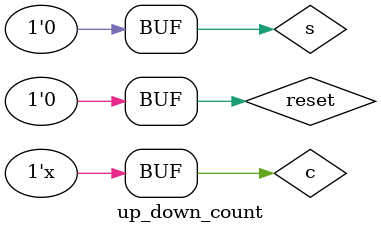
<source format=v>
`timescale 1ns / 1ps


module up_down_count;

	// Inputs
	reg reset;
	reg reset1;
	reg s;
	// Outputs
	wire [2:0] out;
	
	reg c;
	// Outputs
	wire [24:0] count;
	wire clk_out;
	
	// Instantiate the Unit Under Test (UUT)
	up_down_counter uut (
		.out(out), 
		.reset(reset), 
		.s(s)
	);
	OneHzClk hello(c,clk_out);
		always
		#10 c=~c;
	initial begin
		// Initialize Inputs
		reset = 1;
		s = 0;
		c = 0;
		#10;
		reset=0;
		// Wait 100 ns for global reset to finish
		#1410065408;
		#1410065408;
		#1410065408;
		#1410065408;
		#1410065408;
		#1410065408;
		#1410065408;
		#1410065408;
      s=1;
		#1410065408;
		#1410065408;
		#1410065408;
		#1410065408;
		#1410065408;
		#1410065408;
		#1410065408;
		#1410065408;
      s=0;
		// Add stimulus here

	end
      
endmodule


</source>
